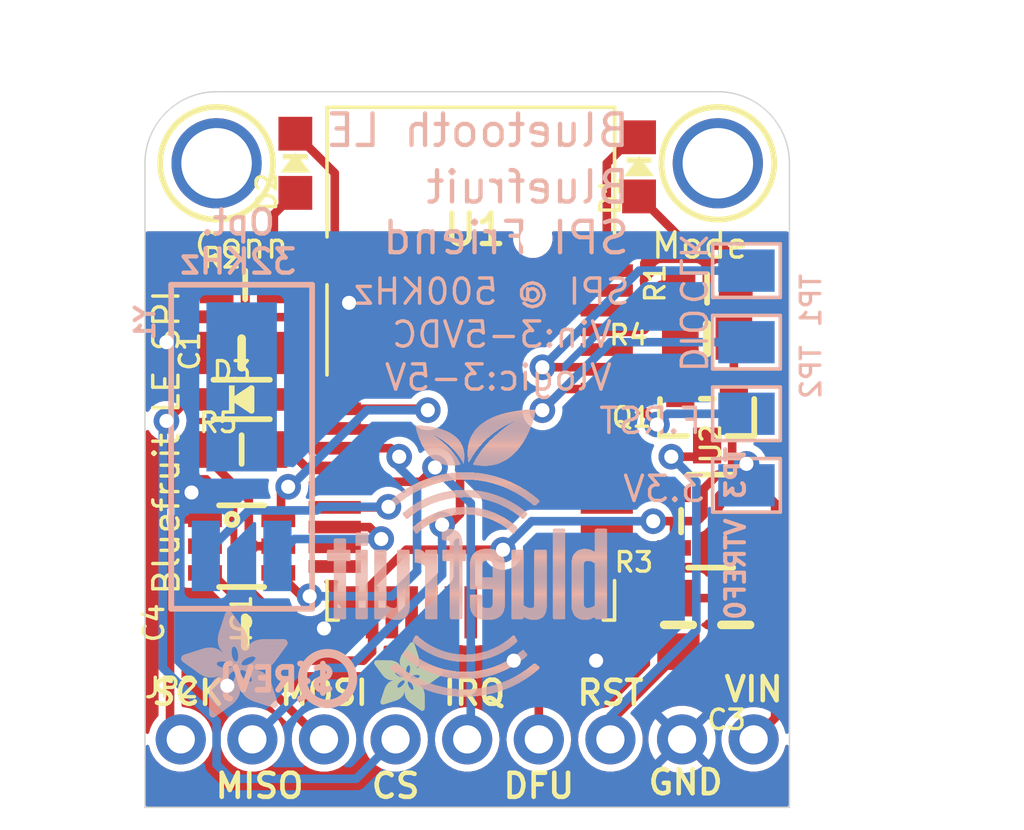
<source format=kicad_pcb>
(kicad_pcb (version 20221018) (generator pcbnew)
  (layers (0 "F.Cu" signal) (31 "B.Cu" signal) (34 "B.Paste" user) (35 "F.Paste" user) (36 "B.SilkS" user "B.Silkscreen") (37 "F.SilkS" user "F.Silkscreen") (38 "B.Mask" user) (39 "F.Mask" user) (44 "Edge.Cuts" user))
  (net 0 "")
  (net 1 "DCC")
  (net 2 "DEC2")
  (net 3 "SCK_5V")
  (net 4 "MISO_3V")
  (net 5 "MOSI_5V")
  (net 6 "CS_5V")
  (net 7 "IRQ_3V")
  (net 8 "SWCLK")
  (net 9 "SWDIO/RST_3V")
  (net 10 "GND")
  (net 11 "3.3V")
  (net 12 "VIN")
  (net 13 "MODE")
  (net 14 "CONNECTED")
  (net 15 "N$5")
  (net 16 "N$6")
  (net 17 "DFU_3V")
  (net 18 "SCK_3V")
  (net 19 "MOSI_3V")
  (net 20 "CS_3V")
  (net 21 "SWDIO/RST_5V")
  (net 22 "N$1")
  (net 23 "N$2")
  (net 24 "FACTORYRST")
  (footprint "working:BLE_MODULE_RAYTAC_MDBT40" (layer "F.Cu") (at 148.6281 101.9556)
    (fp_text reference "U1" (at -1.056 -4.756) (layer "F.SilkS") (effects (font (size 1.082548 1.082548) (thickness 0.187452)) (justify left)))
    (fp_text value "32KB NRF51822")
    (pad "" np_thru_hole circle (at 2.2 -4.45) (size 0.9 0.9) (drill 0.9) (layers "*.Cu" "*.Mask"))
    (pad "1" smd rect (at -4.825 -4) (size 1.85 0.45) (layers "F.Cu" "F.Paste" "F.Mask") (net 10 "GND"))
    (pad "2" smd rect (at -4.825 -3.3) (size 1.85 0.45) (layers "F.Cu" "F.Paste" "F.Mask") (net 10 "GND"))
    (pad "3" smd rect (at -4.825 0.9) (size 1.85 0.45) (layers "F.Cu" "F.Paste" "F.Mask") (net 11 "3.3V"))
    (pad "4" smd rect (at -4.825 1.6) (size 1.85 0.45) (layers "F.Cu" "F.Paste" "F.Mask") (net 18 "SCK_3V"))
    (pad "5" smd rect (at -4.825 2.3) (size 1.85 0.45) (layers "F.Cu" "F.Paste" "F.Mask") (net 4 "MISO_3V"))
    (pad "6" smd rect (at -4.825 3) (size 1.85 0.45) (layers "F.Cu" "F.Paste" "F.Mask") (net 19 "MOSI_3V"))
    (pad "7" smd rect (at -4.825 3.7) (size 1.85 0.45) (layers "F.Cu" "F.Paste" "F.Mask") (net 20 "CS_3V"))
    (pad "8" smd rect (at -4.825 4.4) (size 1.85 0.45) (layers "F.Cu" "F.Paste" "F.Mask") (net 7 "IRQ_3V"))
    (pad "9" smd rect (at -4.825 5.1) (size 1.85 0.45) (layers "F.Cu" "F.Paste" "F.Mask") (net 22 "N$1"))
    (pad "10" smd rect (at -4.825 5.8) (size 1.85 0.45) (layers "F.Cu" "F.Paste" "F.Mask") (net 23 "N$2"))
    (pad "11" smd rect (at -4.825 6.5) (size 1.85 0.45) (layers "F.Cu" "F.Paste" "F.Mask"))
    (pad "12" smd rect (at -4.825 7.2) (size 1.85 0.45) (layers "F.Cu" "F.Paste" "F.Mask"))
    (pad "13" smd rect (at -4.2 8.825 90) (size 1.85 0.45) (layers "F.Cu" "F.Paste" "F.Mask") (net 10 "GND"))
    (pad "14" smd rect (at -3.5 8.825 90) (size 1.85 0.45) (layers "F.Cu" "F.Paste" "F.Mask") (net 11 "3.3V"))
    (pad "15" smd rect (at -2.8 8.825 90) (size 1.85 0.45) (layers "F.Cu" "F.Paste" "F.Mask") (net 1 "DCC"))
    (pad "16" smd rect (at -2.1 8.825 90) (size 1.85 0.45) (layers "F.Cu" "F.Paste" "F.Mask") (net 10 "GND"))
    (pad "17" smd rect (at -1.4 8.825 90) (size 1.85 0.45) (layers "F.Cu" "F.Paste" "F.Mask"))
    (pad "18" smd rect (at -0.7 8.825 90) (size 1.85 0.45) (layers "F.Cu" "F.Paste" "F.Mask"))
    (pad "19" smd rect (at 0 8.825 90) (size 1.85 0.45) (layers "F.Cu" "F.Paste" "F.Mask"))
    (pad "20" smd rect (at 0.7 8.825 90) (size 1.85 0.45) (layers "F.Cu" "F.Paste" "F.Mask"))
    (pad "21" smd rect (at 1.4 8.825 90) (size 1.85 0.45) (layers "F.Cu" "F.Paste" "F.Mask"))
    (pad "22" smd rect (at 2.1 8.825 90) (size 1.85 0.45) (layers "F.Cu" "F.Paste" "F.Mask"))
    (pad "23" smd rect (at 2.8 8.825 90) (size 1.85 0.45) (layers "F.Cu" "F.Paste" "F.Mask"))
    (pad "24" smd rect (at 3.5 8.825 90) (size 1.85 0.45) (layers "F.Cu" "F.Paste" "F.Mask") (net 17 "DFU_3V"))
    (pad "25" smd rect (at 4.2 8.825 90) (size 1.85 0.45) (layers "F.Cu" "F.Paste" "F.Mask") (net 10 "GND"))
    (pad "26" smd rect (at 4.825 7.2) (size 1.85 0.45) (layers "F.Cu" "F.Paste" "F.Mask"))
    (pad "27" smd rect (at 4.825 6.5) (size 1.85 0.45) (layers "F.Cu" "F.Paste" "F.Mask"))
    (pad "28" smd rect (at 4.825 5.8) (size 1.85 0.45) (layers "F.Cu" "F.Paste" "F.Mask"))
    (pad "29" smd rect (at 4.825 5.1) (size 1.85 0.45) (layers "F.Cu" "F.Paste" "F.Mask"))
    (pad "30" smd rect (at 4.825 4.4) (size 1.85 0.45) (layers "F.Cu" "F.Paste" "F.Mask"))
    (pad "31" smd rect (at 4.825 3.7) (size 1.85 0.45) (layers "F.Cu" "F.Paste" "F.Mask"))
    (pad "32" smd rect (at 4.825 3) (size 1.85 0.45) (layers "F.Cu" "F.Paste" "F.Mask"))
    (pad "33" smd rect (at 4.825 2.3) (size 1.85 0.45) (layers "F.Cu" "F.Paste" "F.Mask"))
    (pad "34" smd rect (at 4.825 1.6) (size 1.85 0.45) (layers "F.Cu" "F.Paste" "F.Mask") (net 24 "FACTORYRST"))
    (pad "35" smd rect (at 4.825 0.9) (size 1.85 0.45) (layers "F.Cu" "F.Paste" "F.Mask") (net 9 "SWDIO/RST_3V"))
    (pad "36" smd rect (at 4.825 0.2) (size 1.85 0.45) (layers "F.Cu" "F.Paste" "F.Mask") (net 8 "SWCLK"))
    (pad "37" smd rect (at 4.825 -0.5) (size 1.85 0.45) (layers "F.Cu" "F.Paste" "F.Mask"))
    (pad "38" smd rect (at 4.825 -1.2) (size 1.85 0.45) (layers "F.Cu" "F.Paste" "F.Mask") (net 13 "MODE"))
    (pad "39" smd rect (at 4.825 -1.9) (size 1.85 0.45) (layers "F.Cu" "F.Paste" "F.Mask") (net 14 "CONNECTED"))
    (pad "40" smd rect (at 4.825 -2.6) (size 1.85 0.45) (layers "F.Cu" "F.Paste" "F.Mask"))
    (pad "41" smd rect (at 4.825 -3.3) (size 1.85 0.45) (layers "F.Cu" "F.Paste" "F.Mask") (net 2 "DEC2"))
    (pad "42" smd rect (at 4.825 -4) (size 1.85 0.45) (layers "F.Cu" "F.Paste" "F.Mask") (net 10 "GND"))
  )
  (footprint "working:_0805MP" (layer "F.Cu") (at 157.0101 99.2886)
    (fp_text reference "R1" (at -1.8415 0.5715 90) (layer "F.SilkS") (effects (font (size 0.692831 0.692831) (thickness 0.119969)) (justify left)))
    (fp_text value "2K")
    (pad "1" smd rect (at -1.016 0) (size 1.2 1.3) (layers "F.Cu" "F.Paste" "F.Mask") (net 13 "MODE"))
    (pad "2" smd rect (at 1.016 0) (size 1.2 1.3) (layers "F.Cu" "F.Paste" "F.Mask") (net 15 "N$5"))
  )
  (footprint "working:_0805MP" (layer "F.Cu") (at 140.6271 99.1616)
    (fp_text reference "R2" (at -1.5875 -0.9525) (layer "F.SilkS") (effects (font (size 0.692831 0.692831) (thickness 0.119969)) (justify left)))
    (fp_text value "2K")
    (pad "1" smd rect (at -1.016 0) (size 1.2 1.3) (layers "F.Cu" "F.Paste" "F.Mask") (net 14 "CONNECTED"))
    (pad "2" smd rect (at 1.016 0) (size 1.2 1.3) (layers "F.Cu" "F.Paste" "F.Mask") (net 16 "N$6"))
  )
  (footprint "working:CHIPLED_0805_NOOUTLINE" (layer "F.Cu") (at 154.5971 94.9706)
    (fp_text reference "D1" (at -1.016 1.778 90) (layer "F.SilkS") (effects (font (size 0.692831 0.692831) (thickness 0.119969)) (justify left)))
    (fp_text value "RED")
    (pad "A" smd rect (at 0 1.05) (size 1.2 1.2) (layers "F.Cu" "F.Paste" "F.Mask") (net 15 "N$5"))
    (pad "C" smd rect (at 0 -1.05) (size 1.2 1.2) (layers "F.Cu" "F.Paste" "F.Mask") (net 10 "GND"))
  )
  (footprint "working:CHIPLED_0805_NOOUTLINE" (layer "F.Cu") (at 142.4051 94.8436)
    (fp_text reference "D2" (at -1.016 1.778 90) (layer "F.SilkS") (effects (font (size 0.692831 0.692831) (thickness 0.119969)) (justify left)))
    (fp_text value "BLUE")
    (pad "A" smd rect (at 0 1.05) (size 1.2 1.2) (layers "F.Cu" "F.Paste" "F.Mask") (net 16 "N$6"))
    (pad "C" smd rect (at 0 -1.05) (size 1.2 1.2) (layers "F.Cu" "F.Paste" "F.Mask") (net 10 "GND"))
  )
  (footprint "working:MOUNTINGHOLE_2.5_PLATED" (layer "F.Cu") (at 157.3911 94.8436)
    (fp_text reference "U$28" hide)
    (fp_text value "MOUNTINGHOLE2.5" hide)
    (pad "P$1" thru_hole circle (at 0 0) (size 3.2 3.2) (drill 2.5) (layers "*.Cu" "*.Mask"))
    (zone (net 0) (net_name "") (layer "F.Cu") (connect_pads (clearance 0)) (min_thickness 0.25)
      (keepout (tracks not_allowed) (vias not_allowed) (pads not_allowed) (copperpour not_allowed) (footprints allowed))
      (fill (thermal_gap 0.5) (thermal_bridge_width 0.5))
      (polygon (pts (xy 159.4071 94.8436) (xy 159.38748 94.563027) (xy 159.329004 94.287915) (xy 159.232808 94.023619) (xy 159.100765 93.775283) (xy 158.935446 93.54774) (xy 158.740067 93.34542) (xy 158.518433 93.17226) (xy 158.274856 93.031631) (xy 158.014078 92.92627) (xy 157.741175 92.858228) (xy 157.461457 92.828828) (xy 157.180371 92.838644) (xy 156.903385 92.887484) (xy 156.635893 92.974397) (xy 156.3831 93.097693) (xy 156.149926 93.25497) (xy 155.940911 93.443169) (xy 155.760122 93.658625) (xy 155.611078 93.897145) (xy 155.49668 94.154087) (xy 155.419154 94.42445) (xy 155.380011 94.702971) (xy 155.380011 94.984229) (xy 155.419154 95.26275) (xy 155.49668 95.533113) (xy 155.611078 95.790055) (xy 155.760122 96.028575) (xy 155.940911 96.244031) (xy 156.149926 96.43223) (xy 156.3831 96.589507) (xy 156.635893 96.712803) (xy 156.903385 96.799716) (xy 157.180371 96.848556) (xy 157.461457 96.858372) (xy 157.741175 96.828972) (xy 158.014078 96.76093) (xy 158.274856 96.655569) (xy 158.518433 96.51494) (xy 158.740067 96.34178) (xy 158.935446 96.13946) (xy 159.100765 95.911917) (xy 159.232808 95.663581) (xy 159.329004 95.399285) (xy 159.38748 95.124173)))
      (polygon (pts (xy 157.3751 94.8436) (xy 157.379786 94.854914) (xy 157.3911 94.8596) (xy 157.402414 94.854914) (xy 157.4071 94.8436) (xy 157.402414 94.832286) (xy 157.3911 94.8276) (xy 157.379786 94.832286)))
    )
    (zone (net 0) (net_name "") (layer "B.Cu") (connect_pads (clearance 0)) (min_thickness 0.25)
      (keepout (tracks not_allowed) (vias not_allowed) (pads not_allowed) (copperpour not_allowed) (footprints allowed))
      (fill (thermal_gap 0.5) (thermal_bridge_width 0.5))
      (polygon (pts (xy 159.4071 94.8436) (xy 159.38748 94.563027) (xy 159.329004 94.287915) (xy 159.232808 94.023619) (xy 159.100765 93.775283) (xy 158.935446 93.54774) (xy 158.740067 93.34542) (xy 158.518433 93.17226) (xy 158.274856 93.031631) (xy 158.014078 92.92627) (xy 157.741175 92.858228) (xy 157.461457 92.828828) (xy 157.180371 92.838644) (xy 156.903385 92.887484) (xy 156.635893 92.974397) (xy 156.3831 93.097693) (xy 156.149926 93.25497) (xy 155.940911 93.443169) (xy 155.760122 93.658625) (xy 155.611078 93.897145) (xy 155.49668 94.154087) (xy 155.419154 94.42445) (xy 155.380011 94.702971) (xy 155.380011 94.984229) (xy 155.419154 95.26275) (xy 155.49668 95.533113) (xy 155.611078 95.790055) (xy 155.760122 96.028575) (xy 155.940911 96.244031) (xy 156.149926 96.43223) (xy 156.3831 96.589507) (xy 156.635893 96.712803) (xy 156.903385 96.799716) (xy 157.180371 96.848556) (xy 157.461457 96.858372) (xy 157.741175 96.828972) (xy 158.014078 96.76093) (xy 158.274856 96.655569) (xy 158.518433 96.51494) (xy 158.740067 96.34178) (xy 158.935446 96.13946) (xy 159.100765 95.911917) (xy 159.232808 95.663581) (xy 159.329004 95.399285) (xy 159.38748 95.124173)))
      (polygon (pts (xy 157.3751 94.8436) (xy 157.379786 94.854914) (xy 157.3911 94.8596) (xy 157.402414 94.854914) (xy 157.4071 94.8436) (xy 157.402414 94.832286) (xy 157.3911 94.8276) (xy 157.379786 94.832286)))
    )
  )
  (footprint "working:SOT23-6" (layer "F.Cu") (at 140.5001 108.4326 -90)
    (fp_text reference "IC1" (at 1.651 0 90) (layer "F.SilkS") (effects (font (size 0.692831 0.692831) (thickness 0.119969)) (justify right)))
    (fp_text value "74LVC2G34DBVR")
    (pad "1" smd rect (at -0.95 1.3 270) (size 0.55 1.2) (layers "F.Cu" "F.Paste" "F.Mask") (net 3 "SCK_5V"))
    (pad "2" smd rect (at 0 1.3 270) (size 0.55 1.2) (layers "F.Cu" "F.Paste" "F.Mask") (net 10 "GND"))
    (pad "3" smd rect (at 0.95 1.3 270) (size 0.55 1.2) (layers "F.Cu" "F.Paste" "F.Mask") (net 5 "MOSI_5V"))
    (pad "4" smd rect (at 0.95 -1.3 270) (size 0.55 1.2) (layers "F.Cu" "F.Paste" "F.Mask") (net 19 "MOSI_3V"))
    (pad "5" smd rect (at 0 -1.3 270) (size 0.55 1.2) (layers "F.Cu" "F.Paste" "F.Mask") (net 11 "3.3V"))
    (pad "6" smd rect (at -0.95 -1.3 270) (size 0.55 1.2) (layers "F.Cu" "F.Paste" "F.Mask") (net 18 "SCK_3V"))
  )
  (footprint "working:1X09_ROUND_70" (layer "F.Cu") (at 148.5011 115.2906)
    (fp_text reference "JP2" (at -11.5062 -1.8288) (layer "F.SilkS") (effects (font (size 0.692831 0.692831) (thickness 0.119969)) (justify left)))
    (fp_text value "")
    (pad "1" thru_hole circle (at -10.16 0 90) (size 1.778 1.778) (drill 1) (layers "*.Cu" "*.Mask") (net 3 "SCK_5V"))
    (pad "2" thru_hole circle (at -7.62 0 90) (size 1.778 1.778) (drill 1) (layers "*.Cu" "*.Mask") (net 4 "MISO_3V"))
    (pad "3" thru_hole circle (at -5.08 0 90) (size 1.778 1.778) (drill 1) (layers "*.Cu" "*.Mask") (net 5 "MOSI_5V"))
    (pad "4" thru_hole circle (at -2.54 0 90) (size 1.778 1.778) (drill 1) (layers "*.Cu" "*.Mask") (net 6 "CS_5V"))
    (pad "5" thru_hole circle (at 0 0 90) (size 1.778 1.778) (drill 1) (layers "*.Cu" "*.Mask") (net 7 "IRQ_3V"))
    (pad "6" thru_hole circle (at 2.54 0 90) (size 1.778 1.778) (drill 1) (layers "*.Cu" "*.Mask") (net 17 "DFU_3V"))
    (pad "7" thru_hole circle (at 5.08 0 90) (size 1.778 1.778) (drill 1) (layers "*.Cu" "*.Mask") (net 21 "SWDIO/RST_5V"))
    (pad "8" thru_hole circle (at 7.62 0 90) (size 1.778 1.778) (drill 1) (layers "*.Cu" "*.Mask") (net 10 "GND"))
    (pad "9" thru_hole circle (at 10.16 0 90) (size 1.778 1.778) (drill 1) (layers "*.Cu" "*.Mask") (net 12 "VIN"))
  )
  (footprint "working:FIDUCIAL_1MM" (layer "F.Cu") (at 146.5961 98.7806)
    (fp_text reference "FID3" hide)
    (fp_text value "FIDUCIAL\"\"" hide)
    (pad "1" smd roundrect (at 0 0) (size 1 1) (layers "F.Cu" "F.Mask") (roundrect_rratio 0.5))
  )
  (footprint "working:SOD-323" (layer "F.Cu") (at 140.5001 103.2256)
    (fp_text reference "D3" (at -1.1 -1) (layer "F.SilkS") (effects (font (size 0.692831 0.692831) (thickness 0.119969)) (justify left)))
    (fp_text value "1N4148")
    (pad "A" smd rect (at 1.27 0) (size 1.35 0.8) (layers "F.Cu" "F.Paste" "F.Mask") (net 20 "CS_3V"))
    (pad "C" smd rect (at -1.27 0) (size 1.35 0.8) (layers "F.Cu" "F.Paste" "F.Mask") (net 6 "CS_5V"))
  )
  (footprint "working:MOUNTINGHOLE_2.5_PLATED" (layer "F.Cu") (at 139.6111 94.8436)
    (fp_text reference "U$29" hide)
    (fp_text value "MOUNTINGHOLE2.5" hide)
    (pad "P$1" thru_hole circle (at 0 0) (size 3.2 3.2) (drill 2.5) (layers "*.Cu" "*.Mask"))
    (zone (net 0) (net_name "") (layer "F.Cu") (connect_pads (clearance 0)) (min_thickness 0.25)
      (keepout (tracks not_allowed) (vias not_allowed) (pads not_allowed) (copperpour not_allowed) (footprints allowed))
      (fill (thermal_gap 0.5) (thermal_bridge_width 0.5))
      (polygon (pts (xy 141.6271 94.8436) (xy 141.60748 94.563027) (xy 141.549004 94.287915) (xy 141.452808 94.023619) (xy 141.320765 93.775283) (xy 141.155446 93.54774) (xy 140.960067 93.34542) (xy 140.738433 93.17226) (xy 140.494856 93.031631) (xy 140.234078 92.92627) (xy 139.961175 92.858228) (xy 139.681457 92.828828) (xy 139.400371 92.838644) (xy 139.123385 92.887484) (xy 138.855893 92.974397) (xy 138.6031 93.097693) (xy 138.369926 93.25497) (xy 138.160911 93.443169) (xy 137.980122 93.658625) (xy 137.831078 93.897145) (xy 137.71668 94.154087) (xy 137.639154 94.42445) (xy 137.600011 94.702971) (xy 137.600011 94.984229) (xy 137.639154 95.26275) (xy 137.71668 95.533113) (xy 137.831078 95.790055) (xy 137.980122 96.028575) (xy 138.160911 96.244031) (xy 138.369926 96.43223) (xy 138.6031 96.589507) (xy 138.855893 96.712803) (xy 139.123385 96.799716) (xy 139.400371 96.848556) (xy 139.681457 96.858372) (xy 139.961175 96.828972) (xy 140.234078 96.76093) (xy 140.494856 96.655569) (xy 140.738433 96.51494) (xy 140.960067 96.34178) (xy 141.155446 96.13946) (xy 141.320765 95.911917) (xy 141.452808 95.663581) (xy 141.549004 95.399285) (xy 141.60748 95.124173)))
      (polygon (pts (xy 139.5951 94.8436) (xy 139.599786 94.854914) (xy 139.6111 94.8596) (xy 139.622414 94.854914) (xy 139.6271 94.8436) (xy 139.622414 94.832286) (xy 139.6111 94.8276) (xy 139.599786 94.832286)))
    )
    (zone (net 0) (net_name "") (layer "B.Cu") (connect_pads (clearance 0)) (min_thickness 0.25)
      (keepout (tracks not_allowed) (vias not_allowed) (pads not_allowed) (copperpour not_allowed) (footprints allowed))
      (fill (thermal_gap 0.5) (thermal_bridge_width 0.5))
      (polygon (pts (xy 141.6271 94.8436) (xy 141.60748 94.563027) (xy 141.549004 94.287915) (xy 141.452808 94.023619) (xy 141.320765 93.775283) (xy 141.155446 93.54774) (xy 140.960067 93.34542) (xy 140.738433 93.17226) (xy 140.494856 93.031631) (xy 140.234078 92.92627) (xy 139.961175 92.858228) (xy 139.681457 92.828828) (xy 139.400371 92.838644) (xy 139.123385 92.887484) (xy 138.855893 92.974397) (xy 138.6031 93.097693) (xy 138.369926 93.25497) (xy 138.160911 93.443169) (xy 137.980122 93.658625) (xy 137.831078 93.897145) (xy 137.71668 94.154087) (xy 137.639154 94.42445) (xy 137.600011 94.702971) (xy 137.600011 94.984229) (xy 137.639154 95.26275) (xy 137.71668 95.533113) (xy 137.831078 95.790055) (xy 137.980122 96.028575) (xy 138.160911 96.244031) (xy 138.369926 96.43223) (xy 138.6031 96.589507) (xy 138.855893 96.712803) (xy 139.123385 96.799716) (xy 139.400371 96.848556) (xy 139.681457 96.858372) (xy 139.961175 96.828972) (xy 140.234078 96.76093) (xy 140.494856 96.655569) (xy 140.738433 96.51494) (xy 140.960067 96.34178) (xy 141.155446 96.13946) (xy 141.320765 95.911917) (xy 141.452808 95.663581) (xy 141.549004 95.399285) (xy 141.60748 95.124173)))
      (polygon (pts (xy 139.5951 94.8436) (xy 139.599786 94.854914) (xy 139.6111 94.8596) (xy 139.622414 94.854914) (xy 139.6271 94.8436) (xy 139.622414 94.832286) (xy 139.6111 94.8276) (xy 139.599786 94.832286)))
    )
  )
  (footprint "working:SOT23-5" (layer "F.Cu") (at 157.1371 107.5436 90)
    (fp_text reference "U2" (at 1.978 0 90) (layer "F.SilkS") (effects (font (size 0.692831 0.692831) (thickness 0.119969)) (justify left)))
    (fp_text value "MIC5225-3.3")
    (pad "1" smd rect (at -0.95 1.3001 90) (size 0.55 1.2) (layers "F.Cu" "F.Paste" "F.Mask") (net 12 "VIN"))
    (pad "2" smd rect (at 0 1.3001 90) (size 0.55 1.2) (layers "F.Cu" "F.Paste" "F.Mask") (net 10 "GND"))
    (pad "3" smd rect (at 0.95 1.3001 90) (size 0.55 1.2) (layers "F.Cu" "F.Paste" "F.Mask") (net 12 "VIN"))
    (pad "4" smd rect (at 0.95 -1.3001 90) (size 0.55 1.2) (layers "F.Cu" "F.Paste" "F.Mask"))
    (pad "5" smd rect (at -0.95 -1.3001 90) (size 0.55 1.2) (layers "F.Cu" "F.Paste" "F.Mask") (net 11 "3.3V"))
  )
  (footprint "working:FIDUCIAL_1MM" (layer "F.Cu") (at 150.7871 105.7656)
    (fp_text reference "FID1" hide)
    (fp_text value "FIDUCIAL\"\"" hide)
    (pad "1" smd roundrect (at 0 0) (size 1 1) (layers "F.Cu" "F.Mask") (roundrect_rratio 0.5))
  )
  (footprint "working:0805_10MGAP" (layer "F.Cu") (at 140.5001 101.5746 180)
    (fp_text reference "C1" (at 1.8415 -0.6985 90) (layer "F.SilkS") (effects (font (size 0.692831 0.692831) (thickness 0.119969)) (justify left)))
    (fp_text value "1uF")
    (pad "1" smd rect (at -1.05 0 180) (size 1.2 1.5) (layers "F.Cu" "F.Paste" "F.Mask") (net 11 "3.3V"))
    (pad "2" smd rect (at 1.05 0 180) (size 1.2 1.5) (layers "F.Cu" "F.Paste" "F.Mask") (net 10 "GND"))
  )
  (footprint "working:0805-NO" (layer "F.Cu") (at 155.9941 111.2266 -90)
    (fp_text reference "R3" (at -2.2225 0.8255) (layer "F.SilkS") (effects (font (size 0.692831 0.692831) (thickness 0.119969)) (justify right)))
    (fp_text value "100K")
    (pad "1" smd rect (at -0.95 0 270) (size 1.3 1.5) (layers "F.Cu" "F.Paste" "F.Mask") (net 12 "VIN"))
    (pad "2" smd rect (at 0.95 0 270) (size 1.3 1.5) (layers "F.Cu" "F.Paste" "F.Mask") (net 21 "SWDIO/RST_5V"))
  )
  (footprint "working:0805_10MGAP" (layer "F.Cu") (at 140.6271 111.4806 180)
    (fp_text reference "C4" (at 3.2385 1.0795 90) (layer "F.SilkS") (effects (font (size 0.692831 0.692831) (thickness 0.119969)) (justify right)))
    (fp_text value "10uF")
    (pad "1" smd rect (at -1.05 0 180) (size 1.2 1.5) (layers "F.Cu" "F.Paste" "F.Mask") (net 11 "3.3V"))
    (pad "2" smd rect (at 1.05 0 180) (size 1.2 1.5) (layers "F.Cu" "F.Paste" "F.Mask") (net 10 "GND"))
  )
  (footprint "working:ADAFRUIT_2.5MM" (layer "F.Cu") (at 145.1991 114.2746)
    (fp_text reference "U$3" hide)
    (fp_text value "" hide)
  )
  (footprint "working:_0805MP" (layer "F.Cu") (at 140.5001 105.0036)
    (fp_text reference "R5" (at -1.5875 -0.9525) (layer "F.SilkS") (effects (font (size 0.692831 0.692831) (thickness 0.119969)) (justify left)))
    (fp_text value "100K")
    (pad "1" smd rect (at -1.016 0) (size 1.2 1.3) (layers "F.Cu" "F.Paste" "F.Mask") (net 11 "3.3V"))
    (pad "2" smd rect (at 1.016 0) (size 1.2 1.3) (layers "F.Cu" "F.Paste" "F.Mask") (net 20 "CS_3V"))
  )
  (footprint "working:SOT23-WIDE@1" (layer "F.Cu") (at 157.0101 103.8606 180)
    (fp_text reference "Q1" (at 1.905 0) (layer "F.SilkS") (effects (font (size 0.692831 0.692831) (thickness 0.119969)) (justify right)))
    (fp_text value "BSS138")
    (pad "1" smd rect (at -0.95 1 180) (size 1 1.27) (layers "F.Cu" "F.Paste" "F.Mask") (net 11 "3.3V"))
    (pad "2" smd rect (at 0.95 1 180) (size 1 1.27) (layers "F.Cu" "F.Paste" "F.Mask") (net 9 "SWDIO/RST_3V"))
    (pad "3" smd rect (at 0 -1 180) (size 1 1.27) (layers "F.Cu" "F.Paste" "F.Mask") (net 21 "SWDIO/RST_5V"))
  )
  (footprint "working:0805-NO" (layer "F.Cu") (at 157.0101 101.0666 180)
    (fp_text reference "R4" (at 2.032 0.127) (layer "F.SilkS") (effects (font (size 0.692831 0.692831) (thickness 0.119969)) (justify right)))
    (fp_text value "100K")
    (pad "1" smd rect (at -0.95 0 180) (size 1.3 1.5) (layers "F.Cu" "F.Paste" "F.Mask") (net 11 "3.3V"))
    (pad "2" smd rect (at 0.95 0 180) (size 1.3 1.5) (layers "F.Cu" "F.Paste" "F.Mask") (net 9 "SWDIO/RST_3V"))
  )
  (footprint "working:0805-NO" (layer "F.Cu") (at 158.0261 111.2266 -90)
    (fp_text reference "C3" (at 3.3655 1.0795) (layer "F.SilkS") (effects (font (size 0.692831 0.692831) (thickness 0.119969)) (justify left)))
    (fp_text value "10uF")
    (pad "1" smd rect (at -0.95 0 270) (size 1.3 1.5) (layers "F.Cu" "F.Paste" "F.Mask") (net 12 "VIN"))
    (pad "2" smd rect (at 0.95 0 270) (size 1.3 1.5) (layers "F.Cu" "F.Paste" "F.Mask") (net 10 "GND"))
  )
  (footprint "working:ADAFRUIT_3.5MM" (layer "B.Cu") (at 142.1511 114.5286 180)
    (fp_text reference "U$17" hide)
    (fp_text value "" hide)
  )
  (footprint "working:PAD-1.5X2.0" (layer "B.Cu") (at 158.4071 101.1936 90)
    (fp_text reference "TP2" (at -0.043 2.286 90) (layer "B.SilkS") (effects (font (size 0.692831 0.692831) (thickness 0.119969)) (justify left mirror)))
    (fp_text value "SWDIO")
    (pad "P$1" smd rect (at 0 0 90) (size 1.5 2) (layers "B.Cu" "B.Mask") (net 9 "SWDIO/RST_3V"))
  )
  (footprint "working:PCBFEAT-REV-040" (layer "B.Cu") (at 143.5481 113.1316 180)
    (fp_text reference "U$18" hide)
    (fp_text value "" hide)
    (fp_text user "${REV}" (at -0.3556 -0.508) (layer "B.SilkS") (effects (font (size 0.8128 0.8128) (thickness 0.2032)) (justify left bottom mirror)))
  )
  (footprint "working:PAD-1.5X2.0" (layer "B.Cu") (at 158.4071 98.6536 90)
    (fp_text reference "TP1" (at -0.043 2.286 90) (layer "B.SilkS") (effects (font (size 0.692831 0.692831) (thickness 0.119969)) (justify left mirror)))
    (fp_text value "SWCLK")
    (pad "P$1" smd rect (at 0 0 90) (size 1.5 2) (layers "B.Cu" "B.Mask") (net 8 "SWCLK"))
  )
  (footprint "working:PAD-1.5X2.0" (layer "B.Cu") (at 158.4071 103.7336 -90)
    (fp_text reference "TP3" (at 1.1 0 90) (layer "B.SilkS") (effects (font (size 0.666496 0.666496) (thickness 0.146304)) (justify left bottom mirror)))
    (fp_text value "FCTRST")
    (pad "P$1" smd rect (at 0 0 270) (size 1.5 2) (layers "B.Cu" "B.Mask") (net 24 "FACTORYRST"))
  )
  (footprint "working:BLUEFRUITLOGO_100MM" (layer "B.Cu") (at 153.4541 113.7666 180)
    (fp_text reference "U$9" hide)
    (fp_text value "" hide)
  )
  (footprint "working:PAD-1.5X2.0" (layer "B.Cu") (at 158.4071 106.2736 -90)
    (fp_text reference "VTREF0" (at 1.1 0 90) (layer "B.SilkS") (effects (font (size 0.666496 0.666496) (thickness 0.146304)) (justify left bottom mirror)))
    (fp_text value "THREEV")
    (pad "P$1" smd rect (at 0 0 270) (size 1.5 2) (layers "B.Cu" "B.Mask") (net 11 "3.3V"))
  )
  (footprint "working:CRYSTAL_CYL_2X6MM_SMT" (layer "B.Cu") (at 140.5001 106.6546 -90)
    (fp_text reference "Y1" (at -6.85 3.04 90) (layer "B.SilkS") (effects (font (size 0.666496 0.666496) (thickness 0.146304)) (justify left bottom mirror)))
    (fp_text value "32.768kHz (535-9166-2-ND)")
    (pad "1" smd rect (at 2.125 1.27 270) (size 2.5 1) (layers "B.Cu" "B.Paste" "B.Mask") (net 22 "N$1"))
    (pad "2" smd rect (at 2.125 -1.27 270) (size 2.5 1) (layers "B.Cu" "B.Paste" "B.Mask") (net 23 "N$2"))
    (pad "CYLINDER" smd rect (at -3.875 0 270) (size 6 2.5) (layers "B.Cu" "B.Paste" "B.Mask"))
  )
  (gr_line (start 139.6111 92.3036) (end 157.3911 92.3036) (stroke (width 0.05)) (layer "Edge.Cuts"))
  (gr_arc (start 157.3911 92.3036) (mid 159.187151 93.047549) (end 159.9311 94.8436) (stroke (width 0.05)) (layer "Edge.Cuts"))
  (gr_arc (start 137.0711 94.8436) (mid 137.815049 93.047549) (end 139.6111 92.3036) (stroke (width 0.05)) (layer "Edge.Cuts"))
  (gr_line (start 159.9311 117.7036) (end 137.0711 117.7036) (stroke (width 0.05)) (layer "Edge.Cuts"))
  (gr_line (start 137.0711 117.7036) (end 137.0711 94.8436) (stroke (width 0.05)) (layer "Edge.Cuts"))
  (gr_line (start 159.9311 94.8436) (end 159.9311 117.7036) (stroke (width 0.05)) (layer "Edge.Cuts"))
  (gr_text "Bluefruit\nSPI Friend" (at 154.3431 98.1456) (layer "B.SilkS") (effects (font (size 1.1176 1.1176) (thickness 0.1524)) (justify left bottom mirror)))
  (gr_text "SPI @ 500KHz" (at 154.3431 99.9236) (layer "B.SilkS") (effects (font (size 0.89408 0.89408) (thickness 0.12192)) (justify left bottom mirror)))
  (gr_text "Vlogic:3-5V" (at 153.7081 102.9716) (layer "B.SilkS") (effects (font (size 0.89408 0.89408) (thickness 0.12192)) (justify left bottom mirror)))
  (gr_text "Opt.\n32KHz" (at 140.3731 97.6376) (layer "B.SilkS") (effects (font (size 0.8636 0.8636) (thickness 0.1524)) (justify mirror)))
  (gr_text "CLK" (at 156.5021 99.9236 -90) (layer "B.SilkS") (effects (font (size 0.89408 0.89408) (thickness 0.12192)) (justify left mirror)))
  (gr_text "DIO" (at 156.5021 102.3366 -90) (layer "B.SilkS") (effects (font (size 0.89408 0.89408) (thickness 0.12192)) (justify left mirror)))
  (gr_text "Bluetooth LE" (at 154.3431 94.3356) (layer "B.SilkS") (effects (font (size 1.1176 1.1176) (thickness 0.1524)) (justify left bottom mirror)))
  (gr_text "3.3V" (at 157.0101 106.4006) (layer "B.SilkS") (effects (font (size 0.89408 0.89408) (thickness 0.12192)) (justify left mirror)))
  (gr_text "Vin:3-5VDC" (at 153.7081 101.4476) (layer "B.SilkS") (effects (font (size 0.89408 0.89408) (thickness 0.12192)) (justify left bottom mirror)))
  (gr_text "F.RST" (at 156.8831 103.9876) (layer "B.SilkS") (effects (font (size 0.89408 0.89408) (thickness 0.12192)) (justify left mirror)))
  (gr_text "Mode" (at 156.7561 97.7646) (layer "F.SilkS") (effects (font (size 0.89408 0.89408) (thickness 0.12192))))
  (gr_text "SCK" (at 138.5951 113.6396) (layer "F.SilkS") (effects (font (size 0.85344 0.85344) (thickness 0.16256))))
  (gr_text "Conn" (at 140.5001 97.7646) (layer "F.SilkS") (effects (font (size 0.89408 0.89408) (thickness 0.12192))))
  (gr_text "Bluefruit LE SPI" (at 137.8331 104.7496 90) (layer "F.SilkS") (effects (font (size 0.89408 0.89408) (thickness 0.12192))))
  (gr_text "MOSI" (at 143.4211 113.6396) (layer "F.SilkS") (effects (font (size 0.85344 0.85344) (thickness 0.16256))))
  (gr_text "DFU" (at 151.0411 116.9416) (layer "F.SilkS") (effects (font (size 0.85344 0.85344) (thickness 0.16256))))
  (gr_text "IRQ" (at 148.7551 113.6396) (layer "F.SilkS") (effects (font (size 0.85344 0.85344) (thickness 0.16256))))
  (gr_text "CS" (at 145.9611 116.9416) (layer "F.SilkS") (effects (font (size 0.85344 0.85344) (thickness 0.16256))))
  (gr_text "GND" (at 156.2481 116.8146) (layer "F.SilkS") (effects (font (size 0.85344 0.85344) (thickness 0.16256))))
  (gr_text "VIN" (at 158.6611 113.5126) (layer "F.SilkS") (effects (font (size 0.85344 0.85344) (thickness 0.16256))))
  (gr_text "RST" (at 153.5811 113.6396) (layer "F.SilkS") (effects (font (size 0.85344 0.85344) (thickness 0.16256))))
  (gr_text "MISO" (at 141.1351 116.9416) (layer "F.SilkS") (effects (font (size 0.85344 0.85344) (thickness 0.16256))))
  (segment (start 138.0211 107.4826) (end 139.2001 107.4826) (width 0.3048) (layer "F.Cu") (net 3))
  (segment (start 137.9601 107.5436) (end 138.0211 107.4826) (width 0.3048) (layer "F.Cu") (net 3))
  (segment (start 138.3411 115.2906) (end 137.9601 114.9096) (width 0.3048) (layer "F.Cu") (net 3))
  (segment (start 137.9601 114.9096) (end 137.9601 107.5436) (width 0.3048) (layer "F.Cu") (net 3))
  (segment (start 146.3561 104.2556) (end 146.7231 104.6226) (width 0.3048) (layer "F.Cu") (net 4))
  (segment (start 143.8031 104.2556) (end 146.3561 104.2556) (width 0.3048) (layer "F.Cu") (net 4))
  (segment (start 147.8661 104.6226) (end 148.2471 105.0036) (width 0.3048) (layer "F.Cu") (net 4))
  (segment (start 148.2471 105.0036) (end 148.2471 107.2896) (width 0.3048) (layer "F.Cu") (net 4))
  (segment (start 148.2471 107.2896) (end 147.8661 107.6706) (width 0.3048) (layer "F.Cu") (net 4))
  (segment (start 146.7231 104.6226) (end 147.8661 104.6226) (width 0.3048) (layer "F.Cu") (net 4))
  (segment (start 147.8661 107.6706) (end 147.6121 107.6706) (width 0.3048) (layer "F.Cu") (net 4))
  (via (at 147.6121 107.6706) (size 0.9064) (drill 0.5) (layers "F.Cu" "B.Cu") (net 4))
  (segment (start 147.6121 107.6706) (end 147.6121 109.4486) (width 0.3048) (layer "B.Cu") (net 4))
  (segment (start 144.3101 112.7506) (end 143.4211 112.7506) (width 0.3048) (layer "B.Cu") (net 4))
  (segment (start 144.3101 112.7506) (end 147.6121 109.4486) (width 0.3048) (layer "B.Cu") (net 4))
  (segment (start 143.4211 112.7506) (end 140.8811 115.2906) (width 0.3048) (layer "B.Cu") (net 4))
  (segment (start 140.6271 110.5916) (end 140.6271 112.6236) (width 0.3048) (layer "F.Cu") (net 5))
  (segment (start 139.4181 109.3826) (end 140.6271 110.5916) (width 0.3048) (layer "F.Cu") (net 5))
  (segment (start 139.2001 109.3826) (end 139.4181 109.3826) (width 0.3048) (layer "F.Cu") (net 5))
  (segment (start 140.6271 112.6236) (end 143.2941 115.2906) (width 0.3048) (layer "F.Cu") (net 5))
  (segment (start 143.2941 115.2906) (end 143.4211 115.2906) (width 0.3048) (layer "F.Cu") (net 5))
  (segment (start 138.5951 103.2256) (end 139.2301 103.2256) (width 0.3048) (layer "F.Cu") (net 6))
  (segment (start 137.8331 103.9876) (end 138.5951 103.2256) (width 0.3048) (layer "F.Cu") (net 6))
  (via (at 137.8331 103.9876) (size 0.9064) (drill 0.5) (layers "F.Cu" "B.Cu") (net 6))
  (segment (start 144.5641 116.6876) (end 145.9611 115.2906) (width 0.3048) (layer "B.Cu") (net 6))
  (segment (start 137.7061 112.7506) (end 137.7061 104.1146) (width 0.3048) (layer "B.Cu") (net 6))
  (segment (start 139.6111 114.6556) (end 139.6111 116.1796) (width 0.3048) (layer "B.Cu") (net 6))
  (segment (start 140.1191 116.6876) (end 144.5641 116.6876) (width 0.3048) (layer "B.Cu") (net 6))
  (segment (start 137.7061 112.7506) (end 139.6111 114.6556) (width 0.3048) (layer "B.Cu") (net 6))
  (segment (start 137.7061 104.1146) (end 137.8331 103.9876) (width 0.3048) (layer "B.Cu") (net 6))
  (segment (start 139.6111 116.1796) (end 140.1191 116.6876) (width 0.3048) (layer "B.Cu") (net 6))
  (segment (start 143.8481 106.4006) (end 144.8181 106.4006) (width 0.3048) (layer "F.Cu") (net 7))
  (segment (start 145.0721 106.1466) (end 146.8501 106.1466) (width 0.3048) (layer "F.Cu") (net 7))
  (segment (start 144.8181 106.4006) (end 145.0721 106.1466) (width 0.3048) (layer "F.Cu") (net 7))
  (segment (start 143.8481 106.4006) (end 143.8031 106.3556) (width 0.3048) (layer "F.Cu") (net 7))
  (segment (start 147.3581 105.6386) (end 147.6121 105.6386) (width 0.3048) (layer "F.Cu") (net 7))
  (segment (start 146.8501 106.1466) (end 147.3581 105.6386) (width 0.3048) (layer "F.Cu") (net 7))
  (via (at 147.3581 105.6386) (size 0.9064) (drill 0.5) (layers "F.Cu" "B.Cu") (net 7))
  (segment (start 148.6281 106.9086) (end 147.3581 105.6386) (width 0.3048) (layer "B.Cu") (net 7))
  (segment (start 148.6281 106.9086) (end 148.6281 115.2906) (width 0.3048) (layer "B.Cu") (net 7))
  (segment (start 148.6281 115.2906) (end 148.5011 115.2906) (width 0.3048) (layer "B.Cu") (net 7))
  (segment (start 151.1681 102.0826) (end 153.3801 102.0826) (width 0.3048) (layer "F.Cu") (net 8))
  (segment (start 153.3801 102.0826) (end 153.4531 102.1556) (width 0.3048) (layer "F.Cu") (net 8))
  (via (at 151.1681 102.0826) (size 0.9064) (drill 0.5) (layers "F.Cu" "B.Cu") (net 8))
  (segment (start 158.4071 98.6536) (end 154.5971 98.6536) (width 0.3048) (layer "B.Cu") (net 8))
  (segment (start 154.5971 98.6536) (end 151.1681 102.0826) (width 0.3048) (layer "B.Cu") (net 8))
  (segment (start 156.0601 101.0666) (end 156.0601 102.8606) (width 0.3048) (layer "F.Cu") (net 9))
  (segment (start 153.4531 102.8556) (end 156.0551 102.8556) (width 0.3048) (layer "F.Cu") (net 9))
  (segment (start 156.0551 102.8556) (end 156.0601 102.8606) (width 0.3048) (layer "F.Cu") (net 9))
  (segment (start 151.1681 103.6066) (end 151.9191 102.8556) (width 0.3048) (layer "F.Cu") (net 9))
  (segment (start 151.9191 102.8556) (end 153.4531 102.8556) (width 0.3048) (layer "F.Cu") (net 9))
  (via (at 151.1681 103.6066) (size 0.9064) (drill 0.5) (layers "F.Cu" "B.Cu") (net 9))
  (segment (start 153.5811 101.1936) (end 151.1681 103.6066) (width 0.3048) (layer "B.Cu") (net 9))
  (segment (start 158.4071 101.1936) (end 153.5811 101.1936) (width 0.3048) (layer "B.Cu") (net 9))
  (segment (start 143.8031 95.1916) (end 143.8031 97.9556) (width 0.3048) (layer "F.Cu") (net 10))
  (segment (start 153.4531 94.8446) (end 153.4531 97.9556) (width 0.3048) (layer "F.Cu") (net 10))
  (segment (start 142.4051 93.7936) (end 143.8031 95.1916) (width 0.3048) (layer "F.Cu") (net 10))
  (segment (start 154.5971 93.9206) (end 154.3771 93.9206) (width 0.3048) (layer "F.Cu") (net 10))
  (segment (start 154.3771 93.9206) (end 153.4531 94.8446) (width 0.3048) (layer "F.Cu") (net 10))
  (via (at 138.7221 106.5276) (size 0.9064) (drill 0.5) (layers "F.Cu" "B.Cu") (net 10))
  (via (at 150.1521 112.4966) (size 0.9064) (drill 0.5) (layers "F.Cu" "B.Cu") (net 10))
  (via (at 144.3101 99.7966) (size 0.9064) (drill 0.5) (layers "F.Cu" "B.Cu") (net 10))
  (via (at 143.4211 111.3536) (size 0.9064) (drill 0.5) (layers "F.Cu" "B.Cu") (net 10))
  (via (at 153.0731 112.4966) (size 0.9064) (drill 0.5) (layers "F.Cu" "B.Cu") (net 10))
  (via (at 139.9921 113.3856) (size 0.9064) (drill 0.5) (layers "F.Cu" "B.Cu") (net 10))
  (via (at 137.8331 101.1936) (size 0.9064) (drill 0.5) (layers "F.Cu" "B.Cu") (net 10))
  (segment (start 156.66 107.5436) (end 155.7401 107.5436) (width 0.3048) (layer "F.Cu") (net 11))
  (segment (start 155.837 107.6405) (end 155.7401 107.5436) (width 0.3048) (layer "F.Cu") (net 11))
  (segment (start 157.9601 103.0326) (end 157.9601 102.8606) (width 0.3048) (layer "F.Cu") (net 11))
  (segment (start 149.7711 108.5596) (end 146.3421 108.5596) (width 0.3048) (layer "F.Cu") (net 11))
  (segment (start 142.6931 112.4966) (end 141.6771 111.4806) (width 0.3048) (layer "F.Cu") (net 11))
  (segment (start 141.8041 101.5746) (end 143.0851 102.8556) (width 0.3048) (layer "F.Cu") (net 11))
  (segment (start 140.7541 106.7816) (end 140.7541 108.1786) (width 0.3048) (layer "F.Cu") (net 11))
  (segment (start 157.8991 104.2416) (end 157.9601 104.1806) (width 0.3048) (layer "F.Cu") (net 11))
  (segment (start 158.0261 105.5116) (end 157.8991 105.6386) (width 0.3048) (layer "F.Cu") (net 11))
  (segment (start 157.9601 101.0666) (end 157.9601 102.8606) (width 0.3048) (layer "F.Cu") (net 11))
  (segment (start 141.6771 110.8796) (end 141.6771 111.4806) (width 0.3048) (layer "F.Cu") (net 11))
  (segment (start 141.5501 101.5746) (end 141.8041 101.5746) (width 0.3048) (layer "F.Cu") (net 11))
  (segment (start 155.101462 107.5436) (end 155.098146 107.546916) (width 0.3048) (layer "F.Cu") (net 11))
  (segment (start 140.5001 103.9876) (end 140.5001 102.6246) (width 0.3048) (layer "F.Cu") (net 11))
  (segment (start 142.6931 112.4966) (end 144.8181 112.4966) (width 0.3048) (layer "F.Cu") (net 11))
  (segment (start 144.8181 112.4966) (end 145.1281 112.1866) (width 0.3048) (layer "F.Cu") (net 11))
  (segment (start 156.8831 107.3205) (end 156.8831 106.4006) (width 0.3048) (layer "F.Cu") (net 11))
  (segment (start 156.66 107.5436) (end 156.8831 107.3205) (width 0.3048) (layer "F.Cu") (net 11))
  (segment (start 140.7541 109.9566) (end 141.6771 110.8796) (width 0.3048) (layer "F.Cu") (net 11))
  (segment (start 141.0081 108.4326) (end 141.8001 108.4326) (width 0.3048) (layer "F.Cu") (net 11))
  (segment (start 145.0721 109.8296) (end 145.0721 110.7246) (width 0.3048) (layer "F.Cu") (net 11))
  (segment (start 145.0721 110.7246) (end 145.1281 110.7806) (width 0.3048) (layer "F.Cu") (net 11))
  (segment (start 139.4841 105.5116) (end 140.7541 106.7816) (width 0.3048) (layer "F.Cu") (net 11))
  (segment (start 157.8991 105.6386) (end 157.8991 104.2416) (width 0.3048) (layer "F.Cu") (net 11))
  (segment (start 140.7541 109.9566) (end 140.7541 108.6866) (width 0.3048) (layer "F.Cu") (net 11))
  (segment (start 158.2801 103.3526) (end 157.9601 103.0326) (width 0.3048) (layer "F.Cu") (net 11))
  (segment (start 140.7541 108.1786) (end 141.0081 108.4326) (width 0.3048) (layer "F.Cu") (net 11))
  (segment (start 146.3421 108.5596) (end 145.0721 109.8296) (width 0.3048) (layer "F.Cu") (net 11))
  (segment (start 157.9601 104.1806) (end 157.9601 102.8606) (width 0.3048) (layer "F.Cu") (net 11))
  (segment (start 145.1281 112.1866) (end 145.1281 110.7806) (width 0.3048) (layer "F.Cu") (net 11))
  (segment (start 157.3911 105.8926) (end 157.8991 105.8926) (width 0.3048) (layer "F.Cu") (net 11))
  (segment (start 139.4841 105.0036) (end 140.5001 103.9876) (width 0.3048) (layer "F.Cu") (net 11))
  (segment (start 155.837 108.4936) (end 155.8671 108.4635) (width 0.3048) (layer "F.Cu") (net 11))
  (segment (start 155.7401 107.5436) (end 155.101462 107.5436) (width 0.3048) (layer "F.Cu") (net 11))
  (segment (start 139.4841 105.0036) (end 139.4841 105.5116) (width 0.3048) (layer "F.Cu") (net 11))
  (segment (start 156.8831 106.4006) (end 157.3911 105.8926) (width 0.3048) (layer "F.Cu") (net 11))
  (segment (start 140.5001 102.6246) (end 141.5501 101.5746) (width 0.3048) (layer "F.Cu") (net 11))
  (segment (start 143.0851 102.8556) (end 143.8031 102.8556) (width 0.3048) (layer "F.Cu") (net 11))
  (segment (start 155.837 108.4936) (end 155.837 107.6405) (width 0.3048) (layer "F.Cu") (net 11))
  (segment (start 157.8991 105.8926) (end 157.8991 105.6386) (width 0.3048) (layer "F.Cu") (net 11))
  (segment (start 158.4071 105.5116) (end 158.0261 105.5116) (width 0.3048) (layer "F.Cu") (net 11))
  (segment (start 140.7541 108.6866) (end 141.0081 108.4326) (width 0.3048) (layer "F.Cu") (net 11))
  (via (at 149.7711 108.5596) (size 0.9064) (drill 0.5) (layers "F.Cu" "B.Cu") (net 11))
  (via (at 155.098146 107.546916) (size 0.9064) (drill 0.5) (layers "F.Cu" "B.Cu") (net 11))
  (via (at 158.4071 105.5116) (size 0.9064) (drill 0.5) (layers "F.Cu" "B.Cu") (net 11))
  (segment (start 155.098146 107.546916) (end 150.783784 107.546916) (width 0.3048) (layer "B.Cu") (net 11))
  (segment (start 158.4071 106.2736) (end 158.4071 105.5116) (width 0.3048) (layer "B.Cu") (net 11))
  (segment (start 150.783784 107.546916) (end 149.7711 108.5596) (width 0.3048) (layer "B.Cu") (net 11))
  (segment (start 159.4231 110.8456) (end 159.4231 114.5286) (width 0.3048) (layer "F.Cu") (net 12))
  (segment (start 158.45265 108.64105) (end 158.5341 108.7225) (width 0.3048) (layer "F.Cu") (net 12))
  (segment (start 159.4231 114.5286) (end 158.6611 115.2906) (width 0.3048) (layer "F.Cu") (net 12))
  (segment (start 158.45265 108.50905) (end 158.45265 108.64105) (width 0.3048) (layer "F.Cu") (net 12))
  (segment (start 158.2442 108.4326) (end 158.45265 108.64105) (width 0.3048) (layer "F.Cu") (net 12))
  (segment (start 158.5341 110.2766) (end 158.0261 110.2766) (width 0.3048) (layer "F.Cu") (net 12))
  (segment (start 158.5341 108.7225) (end 158.5341 110.2766) (width 0.3048) (layer "F.Cu") (net 12))
  (segment (start 158.8541 110.2766) (end 158.5341 110.2766) (width 0.3048) (layer "F.Cu") (net 12))
  (segment (start 159.1081 106.5936) (end 158.4372 106.5936) (width 0.3048) (layer "F.Cu") (net 12))
  (segment (start 159.4231 106.9086) (end 159.4231 108.0516) (width 0.3048) (layer "F.Cu") (net 12))
  (segment (start 159.4231 110.8456) (end 158.8541 110.2766) (width 0.3048) (layer "F.Cu") (net 12))
  (segment (start 159.4231 108.0516) (end 159.0421 108.4326) (width 0.3048) (layer "F.Cu") (net 12))
  (segment (start 159.0421 108.4326) (end 158.2442 108.4326) (width 0.3048) (layer "F.Cu") (net 12))
  (segment (start 158.4372 108.4936) (end 158.45265 108.50905) (width 0.3048) (layer "F.Cu") (net 12))
  (segment (start 159.4231 106.9086) (end 159.1081 106.5936) (width 0.3048) (layer "F.Cu") (net 12))
  (segment (start 158.0261 110.2766) (end 155.9941 110.2766) (width 0.3048) (layer "F.Cu") (net 12))
  (segment (start 155.8671 99.1616) (end 155.9941 99.2886) (width 0.3048) (layer "F.Cu") (net 13))
  (segment (start 154.9781 100.5586) (end 154.9781 99.5426) (width 0.3048) (layer "F.Cu") (net 13))
  (segment (start 154.7811 100.7556) (end 154.9781 100.5586) (width 0.3048) (layer "F.Cu") (net 13))
  (segment (start 155.3591 99.1616) (end 155.8671 99.1616) (width 0.3048) (layer "F.Cu") (net 13))
  (segment (start 154.9781 99.5426) (end 155.3591 99.1616) (width 0.3048) (layer "F.Cu") (net 13))
  (segment (start 153.4531 100.7556) (end 154.7811 100.7556) (width 0.3048) (layer "F.Cu") (net 13))
  (segment (start 142.9131 100.3046) (end 140.1191 100.3046) (width 0.3048) (layer "F.Cu") (net 14))
  (segment (start 153.4531 100.0556) (end 151.6711 100.0556) (width 0.3048) (layer "F.Cu") (net 14))
  (segment (start 150.0251 101.7016) (end 144.3101 101.7016) (width 0.3048) (layer "F.Cu") (net 14))
  (segment (start 144.3101 101.7016) (end 142.9131 100.3046) (width 0.3048) (layer "F.Cu") (net 14))
  (segment (start 140.1191 100.3046) (end 139.6111 99.7966) (width 0.3048) (layer "F.Cu") (net 14))
  (segment (start 151.6711 100.0556) (end 150.0251 101.7016) (width 0.3048) (layer "F.Cu") (net 14))
  (segment (start 139.6111 99.7966) (end 139.6111 99.1616) (width 0.3048) (layer "F.Cu") (net 14))
  (segment (start 156.3411 97.7646) (end 157.5181 97.7646) (width 0.3048) (layer "F.Cu") (net 15))
  (segment (start 158.0261 98.2726) (end 158.0261 99.2886) (width 0.3048) (layer "F.Cu") (net 15))
  (segment (start 154.5971 96.0206) (end 156.3411 97.7646) (width 0.3048) (layer "F.Cu") (net 15))
  (segment (start 157.5181 97.7646) (end 158.0261 98.2726) (width 0.3048) (layer "F.Cu") (net 15))
  (segment (start 142.4051 95.8936) (end 141.6431 96.6556) (width 0.3048) (layer "F.Cu") (net 16))
  (segment (start 141.6431 96.6556) (end 141.6431 99.1616) (width 0.3048) (layer "F.Cu") (net 16))
  (segment (start 152.1841 112.2426) (end 152.1841 110.8366) (width 0.3048) (layer "F.Cu") (net 17))
  (segment (start 151.0411 113.3856) (end 152.1841 112.2426) (width 0.3048) (layer "F.Cu") (net 17))
  (segment (start 151.0411 115.2906) (end 151.0411 113.3856) (width 0.3048) (layer "F.Cu") (net 17))
  (segment (start 152.1841 110.8366) (end 152.1281 110.7806) (width 0.3048) (layer "F.Cu") (net 17))
  (segment (start 146.9771 103.6066) (end 147.1041 103.6066) (width 0.3048) (layer "F.Cu") (net 18))
  (segment (start 146.9261 103.5556) (end 143.8031 103.5556) (width 0.3048) (layer "F.Cu") (net 18))
  (segment (start 141.8971 106.5784) (end 142.1511 106.3244) (width 0.3048) (layer "F.Cu") (net 18))
  (segment (start 141.8971 107.3856) (end 141.8971 106.5784) (width 0.3048) (layer "F.Cu") (net 18))
  (segment (start 141.8001 107.4826) (end 141.8971 107.3856) (width 0.3048) (layer "F.Cu") (net 18))
  (segment (start 146.9261 103.5556) (end 146.9771 103.6066) (width 0.3048) (layer "F.Cu") (net 18))
  (via (at 142.1511 106.3244) (size 0.9064) (drill 0.5) (layers "F.Cu" "B.Cu") (net 18))
  (via (at 147.1041 103.6066) (size 0.9064) (drill 0.5) (layers "F.Cu" "B.Cu") (net 18))
  (segment (start 144.9451 103.6066) (end 142.2273 106.3244) (width 0.3048) (layer "B.Cu") (net 18))
  (segment (start 142.2273 106.3244) (end 142.1511 106.3244) (width 0.3048) (layer "B.Cu") (net 18))
  (segment (start 144.9451 103.6066) (end 147.1041 103.6066) (width 0.3048) (layer "B.Cu") (net 18))
  (segment (start 143.8031 104.9556) (end 145.7861 104.9556) (width 0.3048) (layer "F.Cu") (net 19))
  (segment (start 142.6281 110.2106) (end 141.8001 109.3826) (width 0.3048) (layer "F.Cu") (net 19))
  (segment (start 145.7861 104.9556) (end 146.0881 105.2576) (width 0.3048) (layer "F.Cu") (net 19))
  (segment (start 142.9131 110.2106) (end 142.6281 110.2106) (width 0.3048) (layer "F.Cu") (net 19))
  (via (at 142.9131 110.2106) (size 0.9064) (drill 0.5) (layers "F.Cu" "B.Cu") (net 19))
  (via (at 146.0881 105.2576) (size 0.9064) (drill 0.5) (layers "F.Cu" "B.Cu") (net 19))
  (segment (start 145.8341 110.2106) (end 142.9131 110.2106) (width 0.3048) (layer "B.Cu") (net 19))
  (segment (start 146.0881 105.2576) (end 146.0881 105.6386) (width 0.3048) (layer "B.Cu") (net 19))
  (segment (start 146.7231 106.2736) (end 146.7231 109.3216) (width 0.3048) (layer "B.Cu") (net 19))
  (segment (start 146.0881 105.6386) (end 146.7231 106.2736) (width 0.3048) (layer "B.Cu") (net 19))
  (segment (start 146.7231 109.3216) (end 145.8341 110.2106) (width 0.3048) (layer "B.Cu") (net 19))
  (segment (start 143.7861 105.6386) (end 143.8031 105.6556) (width 0.3048) (layer "F.Cu") (net 20))
  (segment (start 142.1511 105.0036) (end 142.7861 105.6386) (width 0.3048) (layer "F.Cu") (net 20))
  (segment (start 141.7701 103.2256) (end 141.5161 103.4796) (width 0.3048) (layer "F.Cu") (net 20))
  (segment (start 141.5161 105.0036) (end 142.1511 105.0036) (width 0.3048) (layer "F.Cu") (net 20))
  (segment (start 141.5161 103.4796) (end 141.5161 105.0036) (width 0.3048) (layer "F.Cu") (net 20))
  (segment (start 142.7861 105.6386) (end 143.7861 105.6386) (width 0.3048) (layer "F.Cu") (net 20))
  (segment (start 156.6131 105.2576) (end 155.7401 105.2576) (width 0.3048) (layer "F.Cu") (net 21))
  (segment (start 155.9941 112.1766) (end 155.9941 112.2426) (width 0.3048) (layer "F.Cu") (net 21))
  (segment (start 155.9941 112.2426) (end 153.5811 114.6556) (width 0.3048) (layer "F.Cu") (net 21))
  (segment (start 153.5811 114.6556) (end 153.5811 114.7166) (width 0.3048) (layer "F.Cu") (net 21))
  (segment (start 157.0101 104.8606) (end 156.6131 105.2576) (width 0.3048) (layer "F.Cu") (net 21))
  (segment (start 153.5811 115.2906) (end 153.5811 114.7166) (width 0.3048) (layer "F.Cu") (net 21))
  (via (at 155.7401 105.2576) (size 0.9064) (drill 0.5) (layers "F.Cu" "B.Cu") (net 21))
  (segment (start 156.6291 106.1466) (end 155.7401 105.2576) (width 0.3048) (layer "B.Cu") (net 21))
  (segment (start 153.5811 114.4626) (end 156.6291 111.4146) (width 0.3048) (layer "B.Cu") (net 21))
  (segment (start 156.6291 111.4146) (end 156.6291 106.1466) (width 0.3048) (layer "B.Cu") (net 21))
  (segment (start 153.5811 114.4626) (end 153.5811 115.2906) (width 0.3048) (layer "B.Cu") (net 21))
  (segment (start 145.6001 107.0556) (end 145.6201 107.0356) (width 0.3048) (layer "F.Cu") (net 22))
  (segment (start 143.8031 107.0556) (end 145.6001 107.0556) (width 0.3048) (layer "F.Cu") (net 22))
  (segment (start 145.6201 107.0356) (end 145.7071 107.0356) (width 0.3048) (layer "F.Cu") (net 22))
  (via (at 145.7071 107.0356) (size 0.9064) (drill 0.5) (layers "F.Cu" "B.Cu") (net 22))
  (segment (start 139.2301 108.6866) (end 139.2301 108.7796) (width 0.3048) (layer "B.Cu") (net 22))
  (segment (start 145.7071 107.0356) (end 143.2941 107.0356) (width 0.3048) (layer "B.Cu") (net 22))
  (segment (start 140.7541 107.1626) (end 139.2301 108.6866) (width 0.3048) (layer "B.Cu") (net 22))
  (segment (start 143.1671 107.1626) (end 140.7541 107.1626) (width 0.3048) (layer "B.Cu") (net 22))
  (segment (start 143.2941 107.0356) (end 143.1671 107.1626) (width 0.3048) (layer "B.Cu") (net 22))
  (segment (start 145.4531 108.1786) (end 145.0301 107.7556) (width 0.3048) (layer "F.Cu") (net 23))
  (segment (start 145.0301 107.7556) (end 143.8031 107.7556) (width 0.3048) (layer "F.Cu") (net 23))
  (via (at 145.4531 108.1786) (size 0.9064) (drill 0.5) (layers "F.Cu" "B.Cu") (net 23))
  (segment (start 142.3711 108.1786) (end 141.7701 108.7796) (width 0.3048) (layer "B.Cu") (net 23))
  (segment (start 142.3711 108.1786) (end 145.4531 108.1786) (width 0.3048) (layer "B.Cu") (net 23))
  (segment (start 155.2321 104.1146) (end 154.6731 103.5556) (width 0.3048) (layer "F.Cu") (net 24))
  (segment (start 154.6731 103.5556) (end 153.4531 103.5556) (width 0.3048) (layer "F.Cu") (net 24))
  (via (at 155.2321 104.1146) (size 0.9064) (drill 0.5) (layers "F.Cu" "B.Cu") (net 24))
  (segment (start 158.4071 103.7336) (end 155.6131 103.7336) (width 0.3048) (layer "B.Cu") (net 24))
  (segment (start 155.6131 103.7336) (end 155.2321 104.1146) (width 0.3048) (layer "B.Cu") (net 24))
  (zone (net 10) (net_name "GND") (layer "F.Cu") (priority 6) (connect_pads (clearance 0.254)) (min_thickness 0.127) (fill yes (thermal_gap 0.304) (thermal_bridge_width 0.304))
    (polygon (pts (xy 160.0581 117.8306) (xy 136.9441 117.8306) (xy 136.9441 97.2566) (xy 160.0581 97.2566)))
  )
  (zone (net 10) (net_name "GND") (layer "B.Cu") (priority 6) (connect_pads (clearance 0.254)) (min_thickness 0.127) (fill yes (thermal_gap 0.304) (thermal_bridge_width 0.304))
    (polygon (pts (xy 160.0581 117.8306) (xy 136.9441 117.8306) (xy 136.9441 97.2566) (xy 160.0581 97.2566)))
  )
)
</source>
